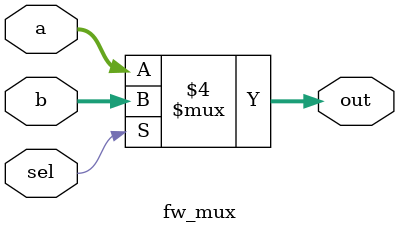
<source format=sv>
module fw_mux(input[31:0] a, input[31:0] b , input sel , output reg[31:0] out);
always@(*)
begin
if(sel == 0)
out = a;
else
out = b;
end
endmodule



</source>
